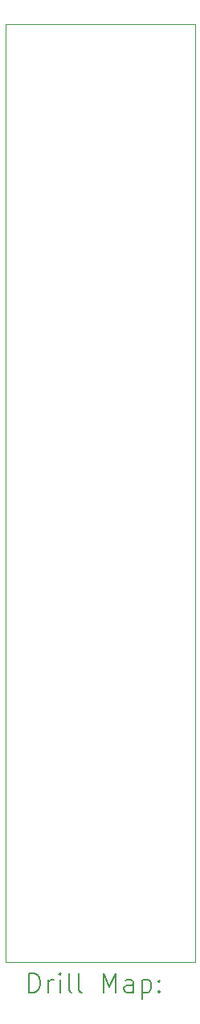
<source format=gbr>
%TF.GenerationSoftware,KiCad,Pcbnew,6.0.7+dfsg-1~bpo11+1*%
%TF.CreationDate,2022-10-26T04:05:37+08:00*%
%TF.ProjectId,MiniDelay v1.0 - Main,4d696e69-4465-46c6-9179-2076312e3020,rev?*%
%TF.SameCoordinates,Original*%
%TF.FileFunction,Drillmap*%
%TF.FilePolarity,Positive*%
%FSLAX45Y45*%
G04 Gerber Fmt 4.5, Leading zero omitted, Abs format (unit mm)*
G04 Created by KiCad (PCBNEW 6.0.7+dfsg-1~bpo11+1) date 2022-10-26 04:05:37*
%MOMM*%
%LPD*%
G01*
G04 APERTURE LIST*
%ADD10C,0.100000*%
%ADD11C,0.200000*%
G04 APERTURE END LIST*
D10*
X12500000Y-15615000D02*
X12500000Y-5750000D01*
X12500000Y-5750000D02*
X14500000Y-5750000D01*
X14500000Y-5750000D02*
X14500000Y-15615000D01*
X14500000Y-15615000D02*
X12500000Y-15615000D01*
D11*
X12752619Y-15930476D02*
X12752619Y-15730476D01*
X12800238Y-15730476D01*
X12828809Y-15740000D01*
X12847857Y-15759048D01*
X12857381Y-15778095D01*
X12866905Y-15816190D01*
X12866905Y-15844762D01*
X12857381Y-15882857D01*
X12847857Y-15901905D01*
X12828809Y-15920952D01*
X12800238Y-15930476D01*
X12752619Y-15930476D01*
X12952619Y-15930476D02*
X12952619Y-15797143D01*
X12952619Y-15835238D02*
X12962143Y-15816190D01*
X12971667Y-15806667D01*
X12990714Y-15797143D01*
X13009762Y-15797143D01*
X13076428Y-15930476D02*
X13076428Y-15797143D01*
X13076428Y-15730476D02*
X13066905Y-15740000D01*
X13076428Y-15749524D01*
X13085952Y-15740000D01*
X13076428Y-15730476D01*
X13076428Y-15749524D01*
X13200238Y-15930476D02*
X13181190Y-15920952D01*
X13171667Y-15901905D01*
X13171667Y-15730476D01*
X13305000Y-15930476D02*
X13285952Y-15920952D01*
X13276428Y-15901905D01*
X13276428Y-15730476D01*
X13533571Y-15930476D02*
X13533571Y-15730476D01*
X13600238Y-15873333D01*
X13666905Y-15730476D01*
X13666905Y-15930476D01*
X13847857Y-15930476D02*
X13847857Y-15825714D01*
X13838333Y-15806667D01*
X13819286Y-15797143D01*
X13781190Y-15797143D01*
X13762143Y-15806667D01*
X13847857Y-15920952D02*
X13828809Y-15930476D01*
X13781190Y-15930476D01*
X13762143Y-15920952D01*
X13752619Y-15901905D01*
X13752619Y-15882857D01*
X13762143Y-15863809D01*
X13781190Y-15854286D01*
X13828809Y-15854286D01*
X13847857Y-15844762D01*
X13943095Y-15797143D02*
X13943095Y-15997143D01*
X13943095Y-15806667D02*
X13962143Y-15797143D01*
X14000238Y-15797143D01*
X14019286Y-15806667D01*
X14028809Y-15816190D01*
X14038333Y-15835238D01*
X14038333Y-15892381D01*
X14028809Y-15911428D01*
X14019286Y-15920952D01*
X14000238Y-15930476D01*
X13962143Y-15930476D01*
X13943095Y-15920952D01*
X14124048Y-15911428D02*
X14133571Y-15920952D01*
X14124048Y-15930476D01*
X14114524Y-15920952D01*
X14124048Y-15911428D01*
X14124048Y-15930476D01*
X14124048Y-15806667D02*
X14133571Y-15816190D01*
X14124048Y-15825714D01*
X14114524Y-15816190D01*
X14124048Y-15806667D01*
X14124048Y-15825714D01*
M02*

</source>
